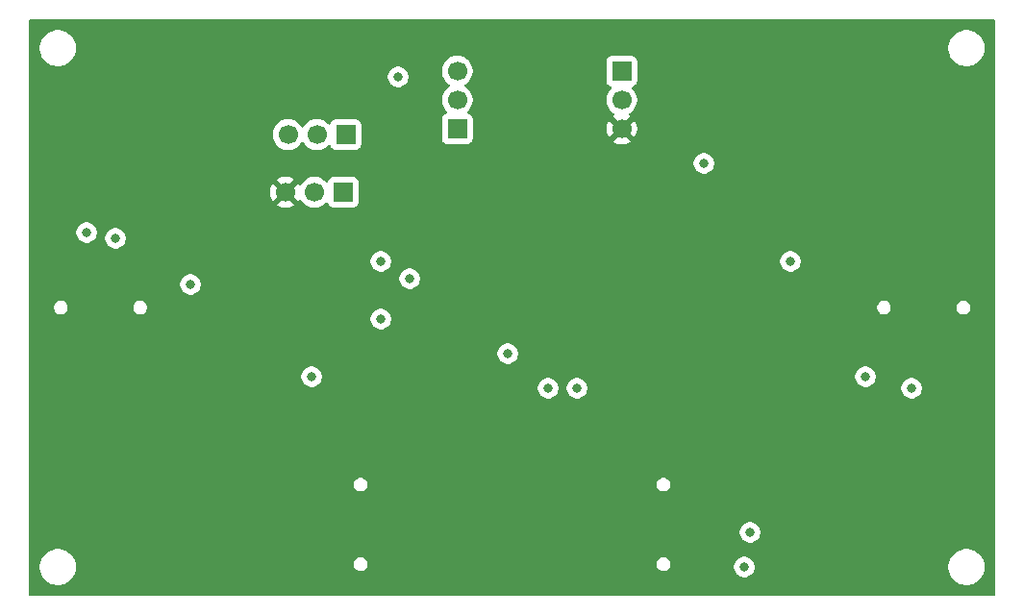
<source format=gbr>
%TF.GenerationSoftware,KiCad,Pcbnew,9.0.2*%
%TF.CreationDate,2025-12-24T14:08:25+02:00*%
%TF.ProjectId,party_line,70617274-795f-46c6-996e-652e6b696361,rev?*%
%TF.SameCoordinates,Original*%
%TF.FileFunction,Copper,L2,Inr*%
%TF.FilePolarity,Positive*%
%FSLAX46Y46*%
G04 Gerber Fmt 4.6, Leading zero omitted, Abs format (unit mm)*
G04 Created by KiCad (PCBNEW 9.0.2) date 2025-12-24 14:08:25*
%MOMM*%
%LPD*%
G01*
G04 APERTURE LIST*
%TA.AperFunction,ComponentPad*%
%ADD10R,1.700000X1.700000*%
%TD*%
%TA.AperFunction,ComponentPad*%
%ADD11C,1.700000*%
%TD*%
%TA.AperFunction,ViaPad*%
%ADD12C,0.800000*%
%TD*%
G04 APERTURE END LIST*
D10*
%TO.N,Net-(SW1-B)*%
%TO.C,RV3*%
X119110000Y-76200000D03*
D11*
%TO.N,Net-(U2--)*%
X116570000Y-76200000D03*
%TO.N,GND*%
X114030000Y-76200000D03*
%TD*%
D10*
%TO.N,PIn_B*%
%TO.C,SW2*%
X129159000Y-70612000D03*
D11*
%TO.N,Net-(SW2-B)*%
X129159000Y-68072000D03*
%TO.N,PIn_A*%
X129159000Y-65532000D03*
%TD*%
D10*
%TO.N,Net-(C7-Pad2)*%
%TO.C,RV2*%
X143637000Y-65532000D03*
D11*
%TO.N,Net-(U2-+)*%
X143637000Y-68072000D03*
%TO.N,GND*%
X143637000Y-70612000D03*
%TD*%
D10*
%TO.N,Net-(SW1-A)*%
%TO.C,SW1*%
X119335000Y-71120000D03*
D11*
%TO.N,Net-(SW1-B)*%
X116795000Y-71120000D03*
%TO.N,Net-(SW1-C)*%
X114255000Y-71120000D03*
%TD*%
D12*
%TO.N,GND*%
X131572000Y-72644000D03*
X131572000Y-93472000D03*
X162560000Y-81788000D03*
%TO.N,PBus*%
X165100000Y-92456000D03*
%TO.N,IBus*%
X169164000Y-93472000D03*
%TO.N,PIn_A*%
X137160000Y-93472000D03*
%TO.N,PIn_B*%
X139700000Y-93472000D03*
%TO.N,GND*%
X141224000Y-100584000D03*
X151384000Y-100584000D03*
X114300000Y-100584000D03*
X104140000Y-92456000D03*
%TO.N,PBus*%
X105664000Y-84328000D03*
%TO.N,IBus*%
X99060000Y-80264000D03*
%TO.N,+12V*%
X96520000Y-79756000D03*
%TO.N,VCC*%
X158496000Y-82296000D03*
X154940000Y-106172000D03*
%TO.N,Net-(C3-Pad2)*%
X150876000Y-73660000D03*
X123952000Y-66040000D03*
%TO.N,+12V*%
X122428000Y-82296000D03*
X154432000Y-109220000D03*
%TO.N,Net-(U2-+)*%
X122428000Y-87376000D03*
X133604000Y-90424000D03*
%TO.N,GND*%
X120103500Y-79651500D03*
X156972000Y-72644000D03*
X159512000Y-89916000D03*
X158496000Y-98044000D03*
X164084000Y-98552000D03*
X162052000Y-83820000D03*
X154432000Y-88392000D03*
X157480000Y-89916000D03*
X149352000Y-89916000D03*
X149860000Y-93980000D03*
X148336000Y-72136000D03*
X112268000Y-68072000D03*
X112268000Y-80772000D03*
X114300000Y-85090000D03*
X125730000Y-88900000D03*
%TO.N,Net-(C12-Pad2)*%
X116332000Y-92456000D03*
X124968000Y-83820000D03*
%TD*%
%TA.AperFunction,Conductor*%
%TO.N,GND*%
G36*
X176472539Y-60980185D02*
G01*
X176518294Y-61032989D01*
X176529500Y-61084500D01*
X176529500Y-111635500D01*
X176509815Y-111702539D01*
X176457011Y-111748294D01*
X176405500Y-111759500D01*
X91564500Y-111759500D01*
X91497461Y-111739815D01*
X91451706Y-111687011D01*
X91440500Y-111635500D01*
X91440500Y-109094038D01*
X92379500Y-109094038D01*
X92379500Y-109094505D01*
X92379500Y-109345962D01*
X92406998Y-109519576D01*
X92418910Y-109594785D01*
X92496760Y-109834383D01*
X92611132Y-110058848D01*
X92759201Y-110262649D01*
X92759205Y-110262654D01*
X92937345Y-110440794D01*
X92937350Y-110440798D01*
X93115117Y-110569952D01*
X93141155Y-110588870D01*
X93284184Y-110661747D01*
X93365616Y-110703239D01*
X93365618Y-110703239D01*
X93365621Y-110703241D01*
X93605215Y-110781090D01*
X93854038Y-110820500D01*
X93854039Y-110820500D01*
X94105961Y-110820500D01*
X94105962Y-110820500D01*
X94354785Y-110781090D01*
X94594379Y-110703241D01*
X94818845Y-110588870D01*
X95022656Y-110440793D01*
X95200793Y-110262656D01*
X95348870Y-110058845D01*
X95463241Y-109834379D01*
X95541090Y-109594785D01*
X95580500Y-109345962D01*
X95580500Y-109094038D01*
X95546749Y-108880943D01*
X120049500Y-108880943D01*
X120049500Y-108881750D01*
X120049500Y-109039057D01*
X120089790Y-109189419D01*
X120090423Y-109191783D01*
X120090426Y-109191790D01*
X120169475Y-109328709D01*
X120169479Y-109328714D01*
X120169480Y-109328716D01*
X120281284Y-109440520D01*
X120281286Y-109440521D01*
X120281290Y-109440524D01*
X120354285Y-109482667D01*
X120418216Y-109519577D01*
X120570943Y-109560500D01*
X120570945Y-109560500D01*
X120729055Y-109560500D01*
X120729057Y-109560500D01*
X120881784Y-109519577D01*
X121018716Y-109440520D01*
X121130520Y-109328716D01*
X121209577Y-109191784D01*
X121250500Y-109039057D01*
X121250500Y-108880943D01*
X146719500Y-108880943D01*
X146719500Y-108881750D01*
X146719500Y-109039057D01*
X146759790Y-109189419D01*
X146760423Y-109191783D01*
X146760426Y-109191790D01*
X146839475Y-109328709D01*
X146839479Y-109328714D01*
X146839480Y-109328716D01*
X146951284Y-109440520D01*
X146951286Y-109440521D01*
X146951290Y-109440524D01*
X147024285Y-109482667D01*
X147088216Y-109519577D01*
X147240943Y-109560500D01*
X147240945Y-109560500D01*
X147399055Y-109560500D01*
X147399057Y-109560500D01*
X147551784Y-109519577D01*
X147688716Y-109440520D01*
X147800520Y-109328716D01*
X147879577Y-109191784D01*
X147895783Y-109131304D01*
X153531500Y-109131304D01*
X153531500Y-109308695D01*
X153566103Y-109482658D01*
X153566106Y-109482667D01*
X153633983Y-109646540D01*
X153633990Y-109646553D01*
X153732535Y-109794034D01*
X153732538Y-109794038D01*
X153857961Y-109919461D01*
X153857965Y-109919464D01*
X154005446Y-110018009D01*
X154005459Y-110018016D01*
X154096525Y-110055736D01*
X154169334Y-110085894D01*
X154169336Y-110085894D01*
X154169341Y-110085896D01*
X154343304Y-110120499D01*
X154343307Y-110120500D01*
X154343309Y-110120500D01*
X154520693Y-110120500D01*
X154520694Y-110120499D01*
X154578682Y-110108964D01*
X154694658Y-110085896D01*
X154694661Y-110085894D01*
X154694666Y-110085894D01*
X154858547Y-110018013D01*
X155006035Y-109919464D01*
X155131464Y-109794035D01*
X155230013Y-109646547D01*
X155297894Y-109482666D01*
X155306278Y-109440520D01*
X155325179Y-109345495D01*
X155332500Y-109308691D01*
X155332500Y-109131309D01*
X155328929Y-109113356D01*
X155328929Y-109113353D01*
X155325087Y-109094038D01*
X172389500Y-109094038D01*
X172389500Y-109094505D01*
X172389500Y-109345962D01*
X172416998Y-109519576D01*
X172428910Y-109594785D01*
X172506760Y-109834383D01*
X172621132Y-110058848D01*
X172769201Y-110262649D01*
X172769205Y-110262654D01*
X172947345Y-110440794D01*
X172947350Y-110440798D01*
X173125117Y-110569952D01*
X173151155Y-110588870D01*
X173294184Y-110661747D01*
X173375616Y-110703239D01*
X173375618Y-110703239D01*
X173375621Y-110703241D01*
X173615215Y-110781090D01*
X173864038Y-110820500D01*
X173864039Y-110820500D01*
X174115961Y-110820500D01*
X174115962Y-110820500D01*
X174364785Y-110781090D01*
X174604379Y-110703241D01*
X174828845Y-110588870D01*
X175032656Y-110440793D01*
X175210793Y-110262656D01*
X175358870Y-110058845D01*
X175473241Y-109834379D01*
X175551090Y-109594785D01*
X175590500Y-109345962D01*
X175590500Y-109094038D01*
X175551090Y-108845215D01*
X175473241Y-108605621D01*
X175473239Y-108605618D01*
X175473239Y-108605616D01*
X175411468Y-108484385D01*
X175358870Y-108381155D01*
X175314075Y-108319500D01*
X175210798Y-108177350D01*
X175210794Y-108177345D01*
X175032654Y-107999205D01*
X175032649Y-107999201D01*
X174828848Y-107851132D01*
X174828847Y-107851131D01*
X174828845Y-107851130D01*
X174758747Y-107815413D01*
X174604383Y-107736760D01*
X174364785Y-107658910D01*
X174115962Y-107619500D01*
X173864038Y-107619500D01*
X173739626Y-107639205D01*
X173615214Y-107658910D01*
X173375616Y-107736760D01*
X173151151Y-107851132D01*
X172947350Y-107999201D01*
X172947345Y-107999205D01*
X172769205Y-108177345D01*
X172769201Y-108177350D01*
X172621132Y-108381151D01*
X172506760Y-108605616D01*
X172428910Y-108845214D01*
X172398208Y-109039056D01*
X172389500Y-109094038D01*
X155325087Y-109094038D01*
X155297895Y-108957340D01*
X155297894Y-108957334D01*
X155270921Y-108892214D01*
X155230016Y-108793459D01*
X155230009Y-108793446D01*
X155131464Y-108645965D01*
X155131461Y-108645961D01*
X155006038Y-108520538D01*
X155006034Y-108520535D01*
X154858553Y-108421990D01*
X154858540Y-108421983D01*
X154694667Y-108354106D01*
X154694658Y-108354103D01*
X154520694Y-108319500D01*
X154520691Y-108319500D01*
X154343309Y-108319500D01*
X154343306Y-108319500D01*
X154169341Y-108354103D01*
X154169332Y-108354106D01*
X154005459Y-108421983D01*
X154005446Y-108421990D01*
X153857965Y-108520535D01*
X153857961Y-108520538D01*
X153732538Y-108645961D01*
X153732535Y-108645965D01*
X153633990Y-108793446D01*
X153633983Y-108793459D01*
X153566106Y-108957332D01*
X153566103Y-108957341D01*
X153531500Y-109131304D01*
X147895783Y-109131304D01*
X147920500Y-109039057D01*
X147920500Y-108880943D01*
X147879577Y-108728216D01*
X147832090Y-108645965D01*
X147800524Y-108591290D01*
X147800518Y-108591282D01*
X147688717Y-108479481D01*
X147688709Y-108479475D01*
X147551790Y-108400426D01*
X147551786Y-108400424D01*
X147551784Y-108400423D01*
X147399057Y-108359500D01*
X147240943Y-108359500D01*
X147088216Y-108400423D01*
X147088209Y-108400426D01*
X146951290Y-108479475D01*
X146951282Y-108479481D01*
X146839481Y-108591282D01*
X146839475Y-108591290D01*
X146760426Y-108728209D01*
X146760423Y-108728216D01*
X146719500Y-108880943D01*
X121250500Y-108880943D01*
X121209577Y-108728216D01*
X121162090Y-108645965D01*
X121130524Y-108591290D01*
X121130518Y-108591282D01*
X121018717Y-108479481D01*
X121018709Y-108479475D01*
X120881790Y-108400426D01*
X120881786Y-108400424D01*
X120881784Y-108400423D01*
X120729057Y-108359500D01*
X120570943Y-108359500D01*
X120418216Y-108400423D01*
X120418209Y-108400426D01*
X120281290Y-108479475D01*
X120281282Y-108479481D01*
X120169481Y-108591282D01*
X120169475Y-108591290D01*
X120090426Y-108728209D01*
X120090423Y-108728216D01*
X120049500Y-108880943D01*
X95546749Y-108880943D01*
X95541090Y-108845215D01*
X95463241Y-108605621D01*
X95463239Y-108605618D01*
X95463239Y-108605616D01*
X95401468Y-108484385D01*
X95348870Y-108381155D01*
X95304075Y-108319500D01*
X95200798Y-108177350D01*
X95200794Y-108177345D01*
X95022654Y-107999205D01*
X95022649Y-107999201D01*
X94818848Y-107851132D01*
X94818847Y-107851131D01*
X94818845Y-107851130D01*
X94748747Y-107815413D01*
X94594383Y-107736760D01*
X94354785Y-107658910D01*
X94105962Y-107619500D01*
X93854038Y-107619500D01*
X93729626Y-107639205D01*
X93605214Y-107658910D01*
X93365616Y-107736760D01*
X93141151Y-107851132D01*
X92937350Y-107999201D01*
X92937345Y-107999205D01*
X92759205Y-108177345D01*
X92759201Y-108177350D01*
X92611132Y-108381151D01*
X92496760Y-108605616D01*
X92418910Y-108845214D01*
X92388208Y-109039056D01*
X92379500Y-109094038D01*
X91440500Y-109094038D01*
X91440500Y-106083304D01*
X154039500Y-106083304D01*
X154039500Y-106260695D01*
X154074103Y-106434658D01*
X154074106Y-106434667D01*
X154141983Y-106598540D01*
X154141990Y-106598553D01*
X154240535Y-106746034D01*
X154240538Y-106746038D01*
X154365961Y-106871461D01*
X154365965Y-106871464D01*
X154513446Y-106970009D01*
X154513459Y-106970016D01*
X154636363Y-107020923D01*
X154677334Y-107037894D01*
X154677336Y-107037894D01*
X154677341Y-107037896D01*
X154851304Y-107072499D01*
X154851307Y-107072500D01*
X154851309Y-107072500D01*
X155028693Y-107072500D01*
X155028694Y-107072499D01*
X155086682Y-107060964D01*
X155202658Y-107037896D01*
X155202661Y-107037894D01*
X155202666Y-107037894D01*
X155366547Y-106970013D01*
X155514035Y-106871464D01*
X155639464Y-106746035D01*
X155738013Y-106598547D01*
X155805894Y-106434666D01*
X155840500Y-106260691D01*
X155840500Y-106083309D01*
X155840500Y-106083306D01*
X155840499Y-106083304D01*
X155805896Y-105909341D01*
X155805893Y-105909332D01*
X155738016Y-105745459D01*
X155738009Y-105745446D01*
X155639464Y-105597965D01*
X155639461Y-105597961D01*
X155514038Y-105472538D01*
X155514034Y-105472535D01*
X155366553Y-105373990D01*
X155366540Y-105373983D01*
X155202667Y-105306106D01*
X155202658Y-105306103D01*
X155028694Y-105271500D01*
X155028691Y-105271500D01*
X154851309Y-105271500D01*
X154851306Y-105271500D01*
X154677341Y-105306103D01*
X154677332Y-105306106D01*
X154513459Y-105373983D01*
X154513446Y-105373990D01*
X154365965Y-105472535D01*
X154365961Y-105472538D01*
X154240538Y-105597961D01*
X154240535Y-105597965D01*
X154141990Y-105745446D01*
X154141983Y-105745459D01*
X154074106Y-105909332D01*
X154074103Y-105909341D01*
X154039500Y-106083304D01*
X91440500Y-106083304D01*
X91440500Y-101880943D01*
X120049500Y-101880943D01*
X120049500Y-101881750D01*
X120049500Y-102039057D01*
X120089790Y-102189419D01*
X120090423Y-102191783D01*
X120090426Y-102191790D01*
X120169475Y-102328709D01*
X120169479Y-102328714D01*
X120169480Y-102328716D01*
X120281284Y-102440520D01*
X120281286Y-102440521D01*
X120281290Y-102440524D01*
X120408324Y-102513866D01*
X120418216Y-102519577D01*
X120570943Y-102560500D01*
X120570945Y-102560500D01*
X120729055Y-102560500D01*
X120729057Y-102560500D01*
X120881784Y-102519577D01*
X121018716Y-102440520D01*
X121130520Y-102328716D01*
X121209577Y-102191784D01*
X121250500Y-102039057D01*
X121250500Y-101880943D01*
X146719500Y-101880943D01*
X146719500Y-101881750D01*
X146719500Y-102039057D01*
X146759790Y-102189419D01*
X146760423Y-102191783D01*
X146760426Y-102191790D01*
X146839475Y-102328709D01*
X146839479Y-102328714D01*
X146839480Y-102328716D01*
X146951284Y-102440520D01*
X146951286Y-102440521D01*
X146951290Y-102440524D01*
X147078324Y-102513866D01*
X147088216Y-102519577D01*
X147240943Y-102560500D01*
X147240945Y-102560500D01*
X147399055Y-102560500D01*
X147399057Y-102560500D01*
X147551784Y-102519577D01*
X147688716Y-102440520D01*
X147800520Y-102328716D01*
X147879577Y-102191784D01*
X147920500Y-102039057D01*
X147920500Y-101880943D01*
X147879577Y-101728216D01*
X147879573Y-101728209D01*
X147800524Y-101591290D01*
X147800518Y-101591282D01*
X147688717Y-101479481D01*
X147688709Y-101479475D01*
X147551790Y-101400426D01*
X147551786Y-101400424D01*
X147551784Y-101400423D01*
X147399057Y-101359500D01*
X147240943Y-101359500D01*
X147088216Y-101400423D01*
X147088209Y-101400426D01*
X146951290Y-101479475D01*
X146951282Y-101479481D01*
X146839481Y-101591282D01*
X146839475Y-101591290D01*
X146760426Y-101728209D01*
X146760423Y-101728216D01*
X146719500Y-101880943D01*
X121250500Y-101880943D01*
X121209577Y-101728216D01*
X121209573Y-101728209D01*
X121130524Y-101591290D01*
X121130518Y-101591282D01*
X121018717Y-101479481D01*
X121018709Y-101479475D01*
X120881790Y-101400426D01*
X120881786Y-101400424D01*
X120881784Y-101400423D01*
X120729057Y-101359500D01*
X120570943Y-101359500D01*
X120418216Y-101400423D01*
X120418209Y-101400426D01*
X120281290Y-101479475D01*
X120281282Y-101479481D01*
X120169481Y-101591282D01*
X120169475Y-101591290D01*
X120090426Y-101728209D01*
X120090423Y-101728216D01*
X120049500Y-101880943D01*
X91440500Y-101880943D01*
X91440500Y-93383304D01*
X136259500Y-93383304D01*
X136259500Y-93560695D01*
X136294103Y-93734658D01*
X136294106Y-93734667D01*
X136361983Y-93898540D01*
X136361990Y-93898553D01*
X136460535Y-94046034D01*
X136460538Y-94046038D01*
X136585961Y-94171461D01*
X136585965Y-94171464D01*
X136733446Y-94270009D01*
X136733459Y-94270016D01*
X136856363Y-94320923D01*
X136897334Y-94337894D01*
X136897336Y-94337894D01*
X136897341Y-94337896D01*
X137071304Y-94372499D01*
X137071307Y-94372500D01*
X137071309Y-94372500D01*
X137248693Y-94372500D01*
X137248694Y-94372499D01*
X137306682Y-94360964D01*
X137422658Y-94337896D01*
X137422661Y-94337894D01*
X137422666Y-94337894D01*
X137586547Y-94270013D01*
X137734035Y-94171464D01*
X137859464Y-94046035D01*
X137958013Y-93898547D01*
X138025894Y-93734666D01*
X138060500Y-93560691D01*
X138060500Y-93383309D01*
X138060500Y-93383306D01*
X138060499Y-93383304D01*
X138799500Y-93383304D01*
X138799500Y-93560695D01*
X138834103Y-93734658D01*
X138834106Y-93734667D01*
X138901983Y-93898540D01*
X138901990Y-93898553D01*
X139000535Y-94046034D01*
X139000538Y-94046038D01*
X139125961Y-94171461D01*
X139125965Y-94171464D01*
X139273446Y-94270009D01*
X139273459Y-94270016D01*
X139396363Y-94320923D01*
X139437334Y-94337894D01*
X139437336Y-94337894D01*
X139437341Y-94337896D01*
X139611304Y-94372499D01*
X139611307Y-94372500D01*
X139611309Y-94372500D01*
X139788693Y-94372500D01*
X139788694Y-94372499D01*
X139846682Y-94360964D01*
X139962658Y-94337896D01*
X139962661Y-94337894D01*
X139962666Y-94337894D01*
X140126547Y-94270013D01*
X140274035Y-94171464D01*
X140399464Y-94046035D01*
X140498013Y-93898547D01*
X140565894Y-93734666D01*
X140600500Y-93560691D01*
X140600500Y-93383309D01*
X140600500Y-93383306D01*
X140600499Y-93383304D01*
X168263500Y-93383304D01*
X168263500Y-93560695D01*
X168298103Y-93734658D01*
X168298106Y-93734667D01*
X168365983Y-93898540D01*
X168365990Y-93898553D01*
X168464535Y-94046034D01*
X168464538Y-94046038D01*
X168589961Y-94171461D01*
X168589965Y-94171464D01*
X168737446Y-94270009D01*
X168737459Y-94270016D01*
X168860363Y-94320923D01*
X168901334Y-94337894D01*
X168901336Y-94337894D01*
X168901341Y-94337896D01*
X169075304Y-94372499D01*
X169075307Y-94372500D01*
X169075309Y-94372500D01*
X169252693Y-94372500D01*
X169252694Y-94372499D01*
X169310682Y-94360964D01*
X169426658Y-94337896D01*
X169426661Y-94337894D01*
X169426666Y-94337894D01*
X169590547Y-94270013D01*
X169738035Y-94171464D01*
X169863464Y-94046035D01*
X169962013Y-93898547D01*
X170029894Y-93734666D01*
X170064500Y-93560691D01*
X170064500Y-93383309D01*
X170064500Y-93383306D01*
X170064499Y-93383304D01*
X170029896Y-93209341D01*
X170029893Y-93209332D01*
X169962016Y-93045459D01*
X169962009Y-93045446D01*
X169863464Y-92897965D01*
X169863461Y-92897961D01*
X169738038Y-92772538D01*
X169738034Y-92772535D01*
X169590553Y-92673990D01*
X169590540Y-92673983D01*
X169426667Y-92606106D01*
X169426658Y-92606103D01*
X169252694Y-92571500D01*
X169252691Y-92571500D01*
X169075309Y-92571500D01*
X169075306Y-92571500D01*
X168901341Y-92606103D01*
X168901332Y-92606106D01*
X168737459Y-92673983D01*
X168737446Y-92673990D01*
X168589965Y-92772535D01*
X168589961Y-92772538D01*
X168464538Y-92897961D01*
X168464535Y-92897965D01*
X168365990Y-93045446D01*
X168365983Y-93045459D01*
X168298106Y-93209332D01*
X168298103Y-93209341D01*
X168263500Y-93383304D01*
X140600499Y-93383304D01*
X140565896Y-93209341D01*
X140565893Y-93209332D01*
X140498016Y-93045459D01*
X140498009Y-93045446D01*
X140399464Y-92897965D01*
X140399461Y-92897961D01*
X140274038Y-92772538D01*
X140274034Y-92772535D01*
X140126553Y-92673990D01*
X140126540Y-92673983D01*
X139962667Y-92606106D01*
X139962658Y-92606103D01*
X139788694Y-92571500D01*
X139788691Y-92571500D01*
X139611309Y-92571500D01*
X139611306Y-92571500D01*
X139437341Y-92606103D01*
X139437332Y-92606106D01*
X139273459Y-92673983D01*
X139273446Y-92673990D01*
X139125965Y-92772535D01*
X139125961Y-92772538D01*
X139000538Y-92897961D01*
X139000535Y-92897965D01*
X138901990Y-93045446D01*
X138901983Y-93045459D01*
X138834106Y-93209332D01*
X138834103Y-93209341D01*
X138799500Y-93383304D01*
X138060499Y-93383304D01*
X138025896Y-93209341D01*
X138025893Y-93209332D01*
X137958016Y-93045459D01*
X137958009Y-93045446D01*
X137859464Y-92897965D01*
X137859461Y-92897961D01*
X137734038Y-92772538D01*
X137734034Y-92772535D01*
X137586553Y-92673990D01*
X137586540Y-92673983D01*
X137422667Y-92606106D01*
X137422658Y-92606103D01*
X137248694Y-92571500D01*
X137248691Y-92571500D01*
X137071309Y-92571500D01*
X137071306Y-92571500D01*
X136897341Y-92606103D01*
X136897332Y-92606106D01*
X136733459Y-92673983D01*
X136733446Y-92673990D01*
X136585965Y-92772535D01*
X136585961Y-92772538D01*
X136460538Y-92897961D01*
X136460535Y-92897965D01*
X136361990Y-93045446D01*
X136361983Y-93045459D01*
X136294106Y-93209332D01*
X136294103Y-93209341D01*
X136259500Y-93383304D01*
X91440500Y-93383304D01*
X91440500Y-92367304D01*
X115431500Y-92367304D01*
X115431500Y-92544695D01*
X115466103Y-92718658D01*
X115466106Y-92718667D01*
X115533983Y-92882540D01*
X115533990Y-92882553D01*
X115632535Y-93030034D01*
X115632538Y-93030038D01*
X115757961Y-93155461D01*
X115757965Y-93155464D01*
X115905446Y-93254009D01*
X115905459Y-93254016D01*
X116028363Y-93304923D01*
X116069334Y-93321894D01*
X116069336Y-93321894D01*
X116069341Y-93321896D01*
X116243304Y-93356499D01*
X116243307Y-93356500D01*
X116243309Y-93356500D01*
X116420693Y-93356500D01*
X116420694Y-93356499D01*
X116478682Y-93344964D01*
X116594658Y-93321896D01*
X116594661Y-93321894D01*
X116594666Y-93321894D01*
X116669930Y-93290718D01*
X116737682Y-93262656D01*
X116758540Y-93254016D01*
X116758540Y-93254015D01*
X116758547Y-93254013D01*
X116906035Y-93155464D01*
X117031464Y-93030035D01*
X117130013Y-92882547D01*
X117197894Y-92718666D01*
X117206782Y-92673987D01*
X117232499Y-92544695D01*
X117232500Y-92544693D01*
X117232500Y-92367306D01*
X117232499Y-92367304D01*
X164199500Y-92367304D01*
X164199500Y-92544695D01*
X164234103Y-92718658D01*
X164234106Y-92718667D01*
X164301983Y-92882540D01*
X164301990Y-92882553D01*
X164400535Y-93030034D01*
X164400538Y-93030038D01*
X164525961Y-93155461D01*
X164525965Y-93155464D01*
X164673446Y-93254009D01*
X164673459Y-93254016D01*
X164796363Y-93304923D01*
X164837334Y-93321894D01*
X164837336Y-93321894D01*
X164837341Y-93321896D01*
X165011304Y-93356499D01*
X165011307Y-93356500D01*
X165011309Y-93356500D01*
X165188693Y-93356500D01*
X165188694Y-93356499D01*
X165246682Y-93344964D01*
X165362658Y-93321896D01*
X165362661Y-93321894D01*
X165362666Y-93321894D01*
X165437930Y-93290718D01*
X165505682Y-93262656D01*
X165526540Y-93254016D01*
X165526540Y-93254015D01*
X165526547Y-93254013D01*
X165674035Y-93155464D01*
X165799464Y-93030035D01*
X165898013Y-92882547D01*
X165965894Y-92718666D01*
X165974782Y-92673987D01*
X166000499Y-92544695D01*
X166000500Y-92544693D01*
X166000500Y-92367306D01*
X166000499Y-92367304D01*
X165965896Y-92193341D01*
X165965893Y-92193332D01*
X165898016Y-92029459D01*
X165898009Y-92029446D01*
X165799464Y-91881965D01*
X165799461Y-91881961D01*
X165674038Y-91756538D01*
X165674034Y-91756535D01*
X165526553Y-91657990D01*
X165526540Y-91657983D01*
X165362667Y-91590106D01*
X165362658Y-91590103D01*
X165188694Y-91555500D01*
X165188691Y-91555500D01*
X165011309Y-91555500D01*
X165011306Y-91555500D01*
X164837341Y-91590103D01*
X164837332Y-91590106D01*
X164673459Y-91657983D01*
X164673446Y-91657990D01*
X164525965Y-91756535D01*
X164525961Y-91756538D01*
X164400538Y-91881961D01*
X164400535Y-91881965D01*
X164301990Y-92029446D01*
X164301983Y-92029459D01*
X164234106Y-92193332D01*
X164234103Y-92193341D01*
X164199500Y-92367304D01*
X117232499Y-92367304D01*
X117197896Y-92193341D01*
X117197893Y-92193332D01*
X117130016Y-92029459D01*
X117130009Y-92029446D01*
X117031464Y-91881965D01*
X117031461Y-91881961D01*
X116906038Y-91756538D01*
X116906034Y-91756535D01*
X116758553Y-91657990D01*
X116758540Y-91657983D01*
X116594667Y-91590106D01*
X116594658Y-91590103D01*
X116420694Y-91555500D01*
X116420691Y-91555500D01*
X116243309Y-91555500D01*
X116243306Y-91555500D01*
X116069341Y-91590103D01*
X116069332Y-91590106D01*
X115905459Y-91657983D01*
X115905446Y-91657990D01*
X115757965Y-91756535D01*
X115757961Y-91756538D01*
X115632538Y-91881961D01*
X115632535Y-91881965D01*
X115533990Y-92029446D01*
X115533983Y-92029459D01*
X115466106Y-92193332D01*
X115466103Y-92193341D01*
X115431500Y-92367304D01*
X91440500Y-92367304D01*
X91440500Y-90335304D01*
X132703500Y-90335304D01*
X132703500Y-90512695D01*
X132738103Y-90686658D01*
X132738106Y-90686667D01*
X132805983Y-90850540D01*
X132805990Y-90850553D01*
X132904535Y-90998034D01*
X132904538Y-90998038D01*
X133029961Y-91123461D01*
X133029965Y-91123464D01*
X133177446Y-91222009D01*
X133177459Y-91222016D01*
X133300363Y-91272923D01*
X133341334Y-91289894D01*
X133341336Y-91289894D01*
X133341341Y-91289896D01*
X133515304Y-91324499D01*
X133515307Y-91324500D01*
X133515309Y-91324500D01*
X133692693Y-91324500D01*
X133692694Y-91324499D01*
X133750682Y-91312964D01*
X133866658Y-91289896D01*
X133866661Y-91289894D01*
X133866666Y-91289894D01*
X134030547Y-91222013D01*
X134178035Y-91123464D01*
X134303464Y-90998035D01*
X134402013Y-90850547D01*
X134469894Y-90686666D01*
X134504500Y-90512691D01*
X134504500Y-90335309D01*
X134504500Y-90335306D01*
X134504499Y-90335304D01*
X134469896Y-90161341D01*
X134469893Y-90161332D01*
X134402016Y-89997459D01*
X134402009Y-89997446D01*
X134303464Y-89849965D01*
X134303461Y-89849961D01*
X134178038Y-89724538D01*
X134178034Y-89724535D01*
X134030553Y-89625990D01*
X134030540Y-89625983D01*
X133866667Y-89558106D01*
X133866658Y-89558103D01*
X133692694Y-89523500D01*
X133692691Y-89523500D01*
X133515309Y-89523500D01*
X133515306Y-89523500D01*
X133341341Y-89558103D01*
X133341332Y-89558106D01*
X133177459Y-89625983D01*
X133177446Y-89625990D01*
X133029965Y-89724535D01*
X133029961Y-89724538D01*
X132904538Y-89849961D01*
X132904535Y-89849965D01*
X132805990Y-89997446D01*
X132805983Y-89997459D01*
X132738106Y-90161332D01*
X132738103Y-90161341D01*
X132703500Y-90335304D01*
X91440500Y-90335304D01*
X91440500Y-87287304D01*
X121527500Y-87287304D01*
X121527500Y-87464695D01*
X121562103Y-87638658D01*
X121562106Y-87638667D01*
X121629983Y-87802540D01*
X121629990Y-87802553D01*
X121728535Y-87950034D01*
X121728538Y-87950038D01*
X121853961Y-88075461D01*
X121853965Y-88075464D01*
X122001446Y-88174009D01*
X122001459Y-88174016D01*
X122124363Y-88224923D01*
X122165334Y-88241894D01*
X122165336Y-88241894D01*
X122165341Y-88241896D01*
X122339304Y-88276499D01*
X122339307Y-88276500D01*
X122339309Y-88276500D01*
X122516693Y-88276500D01*
X122516694Y-88276499D01*
X122574682Y-88264964D01*
X122690658Y-88241896D01*
X122690661Y-88241894D01*
X122690666Y-88241894D01*
X122854547Y-88174013D01*
X123002035Y-88075464D01*
X123127464Y-87950035D01*
X123226013Y-87802547D01*
X123293894Y-87638666D01*
X123328500Y-87464691D01*
X123328500Y-87287309D01*
X123328500Y-87287306D01*
X123328499Y-87287304D01*
X123293896Y-87113341D01*
X123293893Y-87113332D01*
X123226016Y-86949459D01*
X123226009Y-86949446D01*
X123127464Y-86801965D01*
X123127461Y-86801961D01*
X123002038Y-86676538D01*
X123002034Y-86676535D01*
X122854553Y-86577990D01*
X122854540Y-86577983D01*
X122690667Y-86510106D01*
X122690658Y-86510103D01*
X122516694Y-86475500D01*
X122516691Y-86475500D01*
X122339309Y-86475500D01*
X122339306Y-86475500D01*
X122165341Y-86510103D01*
X122165332Y-86510106D01*
X122001459Y-86577983D01*
X122001446Y-86577990D01*
X121853965Y-86676535D01*
X121853961Y-86676538D01*
X121728538Y-86801961D01*
X121728535Y-86801965D01*
X121629990Y-86949446D01*
X121629983Y-86949459D01*
X121562106Y-87113332D01*
X121562103Y-87113341D01*
X121527500Y-87287304D01*
X91440500Y-87287304D01*
X91440500Y-86280943D01*
X93639500Y-86280943D01*
X93639500Y-86281750D01*
X93639500Y-86439057D01*
X93679790Y-86589419D01*
X93680423Y-86591783D01*
X93680426Y-86591790D01*
X93759475Y-86728709D01*
X93759479Y-86728714D01*
X93759480Y-86728716D01*
X93871284Y-86840520D01*
X93871286Y-86840521D01*
X93871290Y-86840524D01*
X93998324Y-86913866D01*
X94008216Y-86919577D01*
X94160943Y-86960500D01*
X94160945Y-86960500D01*
X94319055Y-86960500D01*
X94319057Y-86960500D01*
X94471784Y-86919577D01*
X94608716Y-86840520D01*
X94720520Y-86728716D01*
X94799577Y-86591784D01*
X94840500Y-86439057D01*
X94840500Y-86280943D01*
X100639500Y-86280943D01*
X100639500Y-86281750D01*
X100639500Y-86439057D01*
X100679790Y-86589419D01*
X100680423Y-86591783D01*
X100680426Y-86591790D01*
X100759475Y-86728709D01*
X100759479Y-86728714D01*
X100759480Y-86728716D01*
X100871284Y-86840520D01*
X100871286Y-86840521D01*
X100871290Y-86840524D01*
X100998324Y-86913866D01*
X101008216Y-86919577D01*
X101160943Y-86960500D01*
X101160945Y-86960500D01*
X101319055Y-86960500D01*
X101319057Y-86960500D01*
X101471784Y-86919577D01*
X101608716Y-86840520D01*
X101720520Y-86728716D01*
X101799577Y-86591784D01*
X101840500Y-86439057D01*
X101840500Y-86280943D01*
X166129500Y-86280943D01*
X166129500Y-86281750D01*
X166129500Y-86439057D01*
X166169790Y-86589419D01*
X166170423Y-86591783D01*
X166170426Y-86591790D01*
X166249475Y-86728709D01*
X166249479Y-86728714D01*
X166249480Y-86728716D01*
X166361284Y-86840520D01*
X166361286Y-86840521D01*
X166361290Y-86840524D01*
X166488324Y-86913866D01*
X166498216Y-86919577D01*
X166650943Y-86960500D01*
X166650945Y-86960500D01*
X166809055Y-86960500D01*
X166809057Y-86960500D01*
X166961784Y-86919577D01*
X167098716Y-86840520D01*
X167210520Y-86728716D01*
X167289577Y-86591784D01*
X167330500Y-86439057D01*
X167330500Y-86280943D01*
X173129500Y-86280943D01*
X173129500Y-86281750D01*
X173129500Y-86439057D01*
X173169790Y-86589419D01*
X173170423Y-86591783D01*
X173170426Y-86591790D01*
X173249475Y-86728709D01*
X173249479Y-86728714D01*
X173249480Y-86728716D01*
X173361284Y-86840520D01*
X173361286Y-86840521D01*
X173361290Y-86840524D01*
X173488324Y-86913866D01*
X173498216Y-86919577D01*
X173650943Y-86960500D01*
X173650945Y-86960500D01*
X173809055Y-86960500D01*
X173809057Y-86960500D01*
X173961784Y-86919577D01*
X174098716Y-86840520D01*
X174210520Y-86728716D01*
X174289577Y-86591784D01*
X174330500Y-86439057D01*
X174330500Y-86280943D01*
X174289577Y-86128216D01*
X174289573Y-86128209D01*
X174210524Y-85991290D01*
X174210518Y-85991282D01*
X174098717Y-85879481D01*
X174098709Y-85879475D01*
X173961790Y-85800426D01*
X173961786Y-85800424D01*
X173961784Y-85800423D01*
X173809057Y-85759500D01*
X173650943Y-85759500D01*
X173498216Y-85800423D01*
X173498209Y-85800426D01*
X173361290Y-85879475D01*
X173361282Y-85879481D01*
X173249481Y-85991282D01*
X173249475Y-85991290D01*
X173170426Y-86128209D01*
X173170423Y-86128216D01*
X173129500Y-86280943D01*
X167330500Y-86280943D01*
X167289577Y-86128216D01*
X167289573Y-86128209D01*
X167210524Y-85991290D01*
X167210518Y-85991282D01*
X167098717Y-85879481D01*
X167098709Y-85879475D01*
X166961790Y-85800426D01*
X166961786Y-85800424D01*
X166961784Y-85800423D01*
X166809057Y-85759500D01*
X166650943Y-85759500D01*
X166498216Y-85800423D01*
X166498209Y-85800426D01*
X166361290Y-85879475D01*
X166361282Y-85879481D01*
X166249481Y-85991282D01*
X166249475Y-85991290D01*
X166170426Y-86128209D01*
X166170423Y-86128216D01*
X166129500Y-86280943D01*
X101840500Y-86280943D01*
X101799577Y-86128216D01*
X101799573Y-86128209D01*
X101720524Y-85991290D01*
X101720518Y-85991282D01*
X101608717Y-85879481D01*
X101608709Y-85879475D01*
X101471790Y-85800426D01*
X101471786Y-85800424D01*
X101471784Y-85800423D01*
X101319057Y-85759500D01*
X101160943Y-85759500D01*
X101008216Y-85800423D01*
X101008209Y-85800426D01*
X100871290Y-85879475D01*
X100871282Y-85879481D01*
X100759481Y-85991282D01*
X100759475Y-85991290D01*
X100680426Y-86128209D01*
X100680423Y-86128216D01*
X100639500Y-86280943D01*
X94840500Y-86280943D01*
X94799577Y-86128216D01*
X94799573Y-86128209D01*
X94720524Y-85991290D01*
X94720518Y-85991282D01*
X94608717Y-85879481D01*
X94608709Y-85879475D01*
X94471790Y-85800426D01*
X94471786Y-85800424D01*
X94471784Y-85800423D01*
X94319057Y-85759500D01*
X94160943Y-85759500D01*
X94008216Y-85800423D01*
X94008209Y-85800426D01*
X93871290Y-85879475D01*
X93871282Y-85879481D01*
X93759481Y-85991282D01*
X93759475Y-85991290D01*
X93680426Y-86128209D01*
X93680423Y-86128216D01*
X93639500Y-86280943D01*
X91440500Y-86280943D01*
X91440500Y-84239304D01*
X104763500Y-84239304D01*
X104763500Y-84416695D01*
X104798103Y-84590658D01*
X104798106Y-84590667D01*
X104865983Y-84754540D01*
X104865990Y-84754553D01*
X104964535Y-84902034D01*
X104964538Y-84902038D01*
X105089961Y-85027461D01*
X105089965Y-85027464D01*
X105237446Y-85126009D01*
X105237459Y-85126016D01*
X105360363Y-85176923D01*
X105401334Y-85193894D01*
X105401336Y-85193894D01*
X105401341Y-85193896D01*
X105575304Y-85228499D01*
X105575307Y-85228500D01*
X105575309Y-85228500D01*
X105752693Y-85228500D01*
X105752694Y-85228499D01*
X105810682Y-85216964D01*
X105926658Y-85193896D01*
X105926661Y-85193894D01*
X105926666Y-85193894D01*
X106090547Y-85126013D01*
X106238035Y-85027464D01*
X106363464Y-84902035D01*
X106462013Y-84754547D01*
X106529894Y-84590666D01*
X106564500Y-84416691D01*
X106564500Y-84239309D01*
X106564500Y-84239306D01*
X106564499Y-84239304D01*
X106529896Y-84065341D01*
X106529893Y-84065332D01*
X106462016Y-83901459D01*
X106462014Y-83901455D01*
X106462013Y-83901453D01*
X106363464Y-83753965D01*
X106363461Y-83753961D01*
X106340804Y-83731304D01*
X124067500Y-83731304D01*
X124067500Y-83908695D01*
X124102103Y-84082658D01*
X124102106Y-84082667D01*
X124169983Y-84246540D01*
X124169990Y-84246553D01*
X124268535Y-84394034D01*
X124268538Y-84394038D01*
X124393961Y-84519461D01*
X124393965Y-84519464D01*
X124541446Y-84618009D01*
X124541459Y-84618016D01*
X124664363Y-84668923D01*
X124705334Y-84685894D01*
X124705336Y-84685894D01*
X124705341Y-84685896D01*
X124879304Y-84720499D01*
X124879307Y-84720500D01*
X124879309Y-84720500D01*
X125056693Y-84720500D01*
X125056694Y-84720499D01*
X125114682Y-84708964D01*
X125230658Y-84685896D01*
X125230661Y-84685894D01*
X125230666Y-84685894D01*
X125394547Y-84618013D01*
X125542035Y-84519464D01*
X125667464Y-84394035D01*
X125766013Y-84246547D01*
X125833894Y-84082666D01*
X125837341Y-84065341D01*
X125868499Y-83908695D01*
X125868500Y-83908693D01*
X125868500Y-83731306D01*
X125868499Y-83731304D01*
X125833896Y-83557341D01*
X125833893Y-83557332D01*
X125766016Y-83393459D01*
X125766009Y-83393446D01*
X125667464Y-83245965D01*
X125667461Y-83245961D01*
X125542038Y-83120538D01*
X125542034Y-83120535D01*
X125394553Y-83021990D01*
X125394540Y-83021983D01*
X125230667Y-82954106D01*
X125230658Y-82954103D01*
X125056694Y-82919500D01*
X125056691Y-82919500D01*
X124879309Y-82919500D01*
X124879306Y-82919500D01*
X124705341Y-82954103D01*
X124705332Y-82954106D01*
X124541459Y-83021983D01*
X124541446Y-83021990D01*
X124393965Y-83120535D01*
X124393961Y-83120538D01*
X124268538Y-83245961D01*
X124268535Y-83245965D01*
X124169990Y-83393446D01*
X124169983Y-83393459D01*
X124102106Y-83557332D01*
X124102103Y-83557341D01*
X124067500Y-83731304D01*
X106340804Y-83731304D01*
X106238038Y-83628538D01*
X106238034Y-83628535D01*
X106090553Y-83529990D01*
X106090540Y-83529983D01*
X105926667Y-83462106D01*
X105926658Y-83462103D01*
X105752694Y-83427500D01*
X105752691Y-83427500D01*
X105575309Y-83427500D01*
X105575306Y-83427500D01*
X105401341Y-83462103D01*
X105401332Y-83462106D01*
X105237459Y-83529983D01*
X105237446Y-83529990D01*
X105089965Y-83628535D01*
X105089961Y-83628538D01*
X104964538Y-83753961D01*
X104964535Y-83753965D01*
X104865990Y-83901446D01*
X104865983Y-83901459D01*
X104798106Y-84065332D01*
X104798103Y-84065341D01*
X104763500Y-84239304D01*
X91440500Y-84239304D01*
X91440500Y-82207304D01*
X121527500Y-82207304D01*
X121527500Y-82384695D01*
X121562103Y-82558658D01*
X121562106Y-82558667D01*
X121629983Y-82722540D01*
X121629990Y-82722553D01*
X121728535Y-82870034D01*
X121728538Y-82870038D01*
X121853961Y-82995461D01*
X121853965Y-82995464D01*
X122001446Y-83094009D01*
X122001459Y-83094016D01*
X122124363Y-83144923D01*
X122165334Y-83161894D01*
X122165336Y-83161894D01*
X122165341Y-83161896D01*
X122339304Y-83196499D01*
X122339307Y-83196500D01*
X122339309Y-83196500D01*
X122516693Y-83196500D01*
X122516694Y-83196499D01*
X122574682Y-83184964D01*
X122690658Y-83161896D01*
X122690661Y-83161894D01*
X122690666Y-83161894D01*
X122854547Y-83094013D01*
X123002035Y-82995464D01*
X123127464Y-82870035D01*
X123226013Y-82722547D01*
X123293894Y-82558666D01*
X123328500Y-82384691D01*
X123328500Y-82207309D01*
X123328500Y-82207306D01*
X123328499Y-82207304D01*
X157595500Y-82207304D01*
X157595500Y-82384695D01*
X157630103Y-82558658D01*
X157630106Y-82558667D01*
X157697983Y-82722540D01*
X157697990Y-82722553D01*
X157796535Y-82870034D01*
X157796538Y-82870038D01*
X157921961Y-82995461D01*
X157921965Y-82995464D01*
X158069446Y-83094009D01*
X158069459Y-83094016D01*
X158192363Y-83144923D01*
X158233334Y-83161894D01*
X158233336Y-83161894D01*
X158233341Y-83161896D01*
X158407304Y-83196499D01*
X158407307Y-83196500D01*
X158407309Y-83196500D01*
X158584693Y-83196500D01*
X158584694Y-83196499D01*
X158642682Y-83184964D01*
X158758658Y-83161896D01*
X158758661Y-83161894D01*
X158758666Y-83161894D01*
X158922547Y-83094013D01*
X159070035Y-82995464D01*
X159195464Y-82870035D01*
X159294013Y-82722547D01*
X159361894Y-82558666D01*
X159396500Y-82384691D01*
X159396500Y-82207309D01*
X159396500Y-82207306D01*
X159396499Y-82207304D01*
X159361896Y-82033341D01*
X159361893Y-82033332D01*
X159294016Y-81869459D01*
X159294009Y-81869446D01*
X159195464Y-81721965D01*
X159195461Y-81721961D01*
X159070038Y-81596538D01*
X159070034Y-81596535D01*
X158922553Y-81497990D01*
X158922540Y-81497983D01*
X158758667Y-81430106D01*
X158758658Y-81430103D01*
X158584694Y-81395500D01*
X158584691Y-81395500D01*
X158407309Y-81395500D01*
X158407306Y-81395500D01*
X158233341Y-81430103D01*
X158233332Y-81430106D01*
X158069459Y-81497983D01*
X158069446Y-81497990D01*
X157921965Y-81596535D01*
X157921961Y-81596538D01*
X157796538Y-81721961D01*
X157796535Y-81721965D01*
X157697990Y-81869446D01*
X157697983Y-81869459D01*
X157630106Y-82033332D01*
X157630103Y-82033341D01*
X157595500Y-82207304D01*
X123328499Y-82207304D01*
X123293896Y-82033341D01*
X123293893Y-82033332D01*
X123226016Y-81869459D01*
X123226009Y-81869446D01*
X123127464Y-81721965D01*
X123127461Y-81721961D01*
X123002038Y-81596538D01*
X123002034Y-81596535D01*
X122854553Y-81497990D01*
X122854540Y-81497983D01*
X122690667Y-81430106D01*
X122690658Y-81430103D01*
X122516694Y-81395500D01*
X122516691Y-81395500D01*
X122339309Y-81395500D01*
X122339306Y-81395500D01*
X122165341Y-81430103D01*
X122165332Y-81430106D01*
X122001459Y-81497983D01*
X122001446Y-81497990D01*
X121853965Y-81596535D01*
X121853961Y-81596538D01*
X121728538Y-81721961D01*
X121728535Y-81721965D01*
X121629990Y-81869446D01*
X121629983Y-81869459D01*
X121562106Y-82033332D01*
X121562103Y-82033341D01*
X121527500Y-82207304D01*
X91440500Y-82207304D01*
X91440500Y-79667304D01*
X95619500Y-79667304D01*
X95619500Y-79844695D01*
X95654103Y-80018658D01*
X95654106Y-80018667D01*
X95721983Y-80182540D01*
X95721990Y-80182553D01*
X95820535Y-80330034D01*
X95820538Y-80330038D01*
X95945961Y-80455461D01*
X95945965Y-80455464D01*
X96093446Y-80554009D01*
X96093459Y-80554016D01*
X96216363Y-80604923D01*
X96257334Y-80621894D01*
X96257336Y-80621894D01*
X96257341Y-80621896D01*
X96431304Y-80656499D01*
X96431307Y-80656500D01*
X96431309Y-80656500D01*
X96608693Y-80656500D01*
X96608694Y-80656499D01*
X96666682Y-80644964D01*
X96782658Y-80621896D01*
X96782661Y-80621894D01*
X96782666Y-80621894D01*
X96946547Y-80554013D01*
X97094035Y-80455464D01*
X97219464Y-80330035D01*
X97318013Y-80182547D01*
X97321013Y-80175304D01*
X98159500Y-80175304D01*
X98159500Y-80352695D01*
X98194103Y-80526658D01*
X98194106Y-80526667D01*
X98261983Y-80690540D01*
X98261990Y-80690553D01*
X98360535Y-80838034D01*
X98360538Y-80838038D01*
X98485961Y-80963461D01*
X98485965Y-80963464D01*
X98633446Y-81062009D01*
X98633459Y-81062016D01*
X98756363Y-81112923D01*
X98797334Y-81129894D01*
X98797336Y-81129894D01*
X98797341Y-81129896D01*
X98971304Y-81164499D01*
X98971307Y-81164500D01*
X98971309Y-81164500D01*
X99148693Y-81164500D01*
X99148694Y-81164499D01*
X99206682Y-81152964D01*
X99322658Y-81129896D01*
X99322661Y-81129894D01*
X99322666Y-81129894D01*
X99486547Y-81062013D01*
X99634035Y-80963464D01*
X99759464Y-80838035D01*
X99858013Y-80690547D01*
X99925894Y-80526666D01*
X99960500Y-80352691D01*
X99960500Y-80175309D01*
X99960500Y-80175306D01*
X99960499Y-80175304D01*
X99925896Y-80001341D01*
X99925893Y-80001332D01*
X99858016Y-79837459D01*
X99858009Y-79837446D01*
X99759464Y-79689965D01*
X99759461Y-79689961D01*
X99634038Y-79564538D01*
X99634034Y-79564535D01*
X99486553Y-79465990D01*
X99486540Y-79465983D01*
X99322667Y-79398106D01*
X99322658Y-79398103D01*
X99148694Y-79363500D01*
X99148691Y-79363500D01*
X98971309Y-79363500D01*
X98971306Y-79363500D01*
X98797341Y-79398103D01*
X98797332Y-79398106D01*
X98633459Y-79465983D01*
X98633446Y-79465990D01*
X98485965Y-79564535D01*
X98485961Y-79564538D01*
X98360538Y-79689961D01*
X98360535Y-79689965D01*
X98261990Y-79837446D01*
X98261983Y-79837459D01*
X98194106Y-80001332D01*
X98194103Y-80001341D01*
X98159500Y-80175304D01*
X97321013Y-80175304D01*
X97385894Y-80018666D01*
X97389341Y-80001341D01*
X97420499Y-79844695D01*
X97420500Y-79844693D01*
X97420500Y-79667306D01*
X97420499Y-79667304D01*
X97385896Y-79493341D01*
X97385893Y-79493332D01*
X97318016Y-79329459D01*
X97318009Y-79329446D01*
X97219464Y-79181965D01*
X97219461Y-79181961D01*
X97094038Y-79056538D01*
X97094034Y-79056535D01*
X96946553Y-78957990D01*
X96946540Y-78957983D01*
X96782667Y-78890106D01*
X96782658Y-78890103D01*
X96608694Y-78855500D01*
X96608691Y-78855500D01*
X96431309Y-78855500D01*
X96431306Y-78855500D01*
X96257341Y-78890103D01*
X96257332Y-78890106D01*
X96093459Y-78957983D01*
X96093446Y-78957990D01*
X95945965Y-79056535D01*
X95945961Y-79056538D01*
X95820538Y-79181961D01*
X95820535Y-79181965D01*
X95721990Y-79329446D01*
X95721983Y-79329459D01*
X95654106Y-79493332D01*
X95654103Y-79493341D01*
X95619500Y-79667304D01*
X91440500Y-79667304D01*
X91440500Y-76093753D01*
X112680000Y-76093753D01*
X112680000Y-76306246D01*
X112713242Y-76516127D01*
X112713242Y-76516130D01*
X112778904Y-76718217D01*
X112875375Y-76907550D01*
X112914728Y-76961716D01*
X113547037Y-76329408D01*
X113564075Y-76392993D01*
X113629901Y-76507007D01*
X113722993Y-76600099D01*
X113837007Y-76665925D01*
X113900590Y-76682962D01*
X113268282Y-77315269D01*
X113268282Y-77315270D01*
X113322449Y-77354624D01*
X113511782Y-77451095D01*
X113713870Y-77516757D01*
X113923754Y-77550000D01*
X114136246Y-77550000D01*
X114346127Y-77516757D01*
X114346130Y-77516757D01*
X114548217Y-77451095D01*
X114737554Y-77354622D01*
X114791716Y-77315270D01*
X114791717Y-77315270D01*
X114159408Y-76682962D01*
X114222993Y-76665925D01*
X114337007Y-76600099D01*
X114430099Y-76507007D01*
X114495925Y-76392993D01*
X114512962Y-76329409D01*
X115145270Y-76961717D01*
X115145270Y-76961716D01*
X115184622Y-76907555D01*
X115189232Y-76898507D01*
X115237205Y-76847709D01*
X115305025Y-76830912D01*
X115371161Y-76853447D01*
X115410204Y-76898504D01*
X115414949Y-76907817D01*
X115539890Y-77079786D01*
X115690213Y-77230109D01*
X115862179Y-77355048D01*
X115862181Y-77355049D01*
X115862184Y-77355051D01*
X116051588Y-77451557D01*
X116253757Y-77517246D01*
X116463713Y-77550500D01*
X116463714Y-77550500D01*
X116676286Y-77550500D01*
X116676287Y-77550500D01*
X116886243Y-77517246D01*
X117088412Y-77451557D01*
X117277816Y-77355051D01*
X117449792Y-77230104D01*
X117563329Y-77116566D01*
X117624648Y-77083084D01*
X117694340Y-77088068D01*
X117750274Y-77129939D01*
X117767189Y-77160917D01*
X117816202Y-77292328D01*
X117816206Y-77292335D01*
X117902452Y-77407544D01*
X117902455Y-77407547D01*
X118017664Y-77493793D01*
X118017671Y-77493797D01*
X118152517Y-77544091D01*
X118152516Y-77544091D01*
X118159444Y-77544835D01*
X118212127Y-77550500D01*
X120007872Y-77550499D01*
X120067483Y-77544091D01*
X120202331Y-77493796D01*
X120317546Y-77407546D01*
X120403796Y-77292331D01*
X120454091Y-77157483D01*
X120460500Y-77097873D01*
X120460499Y-75302128D01*
X120454091Y-75242517D01*
X120452810Y-75239083D01*
X120403797Y-75107671D01*
X120403793Y-75107664D01*
X120317547Y-74992455D01*
X120317544Y-74992452D01*
X120202335Y-74906206D01*
X120202328Y-74906202D01*
X120067482Y-74855908D01*
X120067483Y-74855908D01*
X120007883Y-74849501D01*
X120007881Y-74849500D01*
X120007873Y-74849500D01*
X120007864Y-74849500D01*
X118212129Y-74849500D01*
X118212123Y-74849501D01*
X118152516Y-74855908D01*
X118017671Y-74906202D01*
X118017664Y-74906206D01*
X117902455Y-74992452D01*
X117902452Y-74992455D01*
X117816206Y-75107664D01*
X117816203Y-75107669D01*
X117767189Y-75239083D01*
X117725317Y-75295016D01*
X117659853Y-75319433D01*
X117591580Y-75304581D01*
X117563326Y-75283430D01*
X117449786Y-75169890D01*
X117277820Y-75044951D01*
X117088414Y-74948444D01*
X117088413Y-74948443D01*
X117088412Y-74948443D01*
X116886243Y-74882754D01*
X116886241Y-74882753D01*
X116886240Y-74882753D01*
X116724957Y-74857208D01*
X116676287Y-74849500D01*
X116463713Y-74849500D01*
X116415042Y-74857208D01*
X116253760Y-74882753D01*
X116051585Y-74948444D01*
X115862179Y-75044951D01*
X115690213Y-75169890D01*
X115539890Y-75320213D01*
X115414949Y-75492182D01*
X115410202Y-75501499D01*
X115362227Y-75552293D01*
X115294405Y-75569087D01*
X115228271Y-75546548D01*
X115189234Y-75501495D01*
X115184626Y-75492452D01*
X115145270Y-75438282D01*
X115145269Y-75438282D01*
X114512962Y-76070590D01*
X114495925Y-76007007D01*
X114430099Y-75892993D01*
X114337007Y-75799901D01*
X114222993Y-75734075D01*
X114159409Y-75717037D01*
X114791716Y-75084728D01*
X114737550Y-75045375D01*
X114548217Y-74948904D01*
X114346129Y-74883242D01*
X114136246Y-74850000D01*
X113923754Y-74850000D01*
X113713872Y-74883242D01*
X113713869Y-74883242D01*
X113511782Y-74948904D01*
X113322439Y-75045380D01*
X113268282Y-75084727D01*
X113268282Y-75084728D01*
X113900591Y-75717037D01*
X113837007Y-75734075D01*
X113722993Y-75799901D01*
X113629901Y-75892993D01*
X113564075Y-76007007D01*
X113547037Y-76070591D01*
X112914728Y-75438282D01*
X112914727Y-75438282D01*
X112875380Y-75492439D01*
X112778904Y-75681782D01*
X112713242Y-75883869D01*
X112713242Y-75883872D01*
X112680000Y-76093753D01*
X91440500Y-76093753D01*
X91440500Y-73571304D01*
X149975500Y-73571304D01*
X149975500Y-73748695D01*
X150010103Y-73922658D01*
X150010106Y-73922667D01*
X150077983Y-74086540D01*
X150077990Y-74086553D01*
X150176535Y-74234034D01*
X150176538Y-74234038D01*
X150301961Y-74359461D01*
X150301965Y-74359464D01*
X150449446Y-74458009D01*
X150449459Y-74458016D01*
X150572363Y-74508923D01*
X150613334Y-74525894D01*
X150613336Y-74525894D01*
X150613341Y-74525896D01*
X150787304Y-74560499D01*
X150787307Y-74560500D01*
X150787309Y-74560500D01*
X150964693Y-74560500D01*
X150964694Y-74560499D01*
X151022682Y-74548964D01*
X151138658Y-74525896D01*
X151138661Y-74525894D01*
X151138666Y-74525894D01*
X151302547Y-74458013D01*
X151450035Y-74359464D01*
X151575464Y-74234035D01*
X151674013Y-74086547D01*
X151741894Y-73922666D01*
X151776500Y-73748691D01*
X151776500Y-73571309D01*
X151776500Y-73571306D01*
X151776499Y-73571304D01*
X151741896Y-73397341D01*
X151741893Y-73397332D01*
X151674016Y-73233459D01*
X151674009Y-73233446D01*
X151575464Y-73085965D01*
X151575461Y-73085961D01*
X151450038Y-72960538D01*
X151450034Y-72960535D01*
X151302553Y-72861990D01*
X151302540Y-72861983D01*
X151138667Y-72794106D01*
X151138658Y-72794103D01*
X150964694Y-72759500D01*
X150964691Y-72759500D01*
X150787309Y-72759500D01*
X150787306Y-72759500D01*
X150613341Y-72794103D01*
X150613332Y-72794106D01*
X150449459Y-72861983D01*
X150449446Y-72861990D01*
X150301965Y-72960535D01*
X150301961Y-72960538D01*
X150176538Y-73085961D01*
X150176535Y-73085965D01*
X150077990Y-73233446D01*
X150077983Y-73233459D01*
X150010106Y-73397332D01*
X150010103Y-73397341D01*
X149975500Y-73571304D01*
X91440500Y-73571304D01*
X91440500Y-71013713D01*
X112904500Y-71013713D01*
X112904500Y-71226286D01*
X112927850Y-71373716D01*
X112937754Y-71436243D01*
X112981046Y-71569482D01*
X113003444Y-71638414D01*
X113099951Y-71827820D01*
X113224890Y-71999786D01*
X113375213Y-72150109D01*
X113547179Y-72275048D01*
X113547181Y-72275049D01*
X113547184Y-72275051D01*
X113736588Y-72371557D01*
X113938757Y-72437246D01*
X114148713Y-72470500D01*
X114148714Y-72470500D01*
X114361286Y-72470500D01*
X114361287Y-72470500D01*
X114571243Y-72437246D01*
X114773412Y-72371557D01*
X114962816Y-72275051D01*
X115049138Y-72212335D01*
X115134786Y-72150109D01*
X115134788Y-72150106D01*
X115134792Y-72150104D01*
X115285104Y-71999792D01*
X115285106Y-71999788D01*
X115285109Y-71999786D01*
X115410048Y-71827820D01*
X115410047Y-71827820D01*
X115410051Y-71827816D01*
X115414514Y-71819054D01*
X115462488Y-71768259D01*
X115530308Y-71751463D01*
X115596444Y-71773999D01*
X115635484Y-71819054D01*
X115635736Y-71819547D01*
X115639951Y-71827820D01*
X115764890Y-71999786D01*
X115915213Y-72150109D01*
X116087179Y-72275048D01*
X116087181Y-72275049D01*
X116087184Y-72275051D01*
X116276588Y-72371557D01*
X116478757Y-72437246D01*
X116688713Y-72470500D01*
X116688714Y-72470500D01*
X116901286Y-72470500D01*
X116901287Y-72470500D01*
X117111243Y-72437246D01*
X117313412Y-72371557D01*
X117502816Y-72275051D01*
X117674792Y-72150104D01*
X117788329Y-72036566D01*
X117849648Y-72003084D01*
X117919340Y-72008068D01*
X117975274Y-72049939D01*
X117992189Y-72080917D01*
X118041202Y-72212328D01*
X118041206Y-72212335D01*
X118127452Y-72327544D01*
X118127455Y-72327547D01*
X118242664Y-72413793D01*
X118242671Y-72413797D01*
X118377517Y-72464091D01*
X118377516Y-72464091D01*
X118384444Y-72464835D01*
X118437127Y-72470500D01*
X120232872Y-72470499D01*
X120292483Y-72464091D01*
X120427331Y-72413796D01*
X120542546Y-72327546D01*
X120628796Y-72212331D01*
X120679091Y-72077483D01*
X120685500Y-72017873D01*
X120685499Y-70222128D01*
X120679091Y-70162517D01*
X120677810Y-70159083D01*
X120628797Y-70027671D01*
X120628793Y-70027664D01*
X120542547Y-69912455D01*
X120542544Y-69912452D01*
X120427335Y-69826206D01*
X120427328Y-69826202D01*
X120292482Y-69775908D01*
X120292483Y-69775908D01*
X120232883Y-69769501D01*
X120232881Y-69769500D01*
X120232873Y-69769500D01*
X120232864Y-69769500D01*
X118437129Y-69769500D01*
X118437123Y-69769501D01*
X118377516Y-69775908D01*
X118242671Y-69826202D01*
X118242664Y-69826206D01*
X118127455Y-69912452D01*
X118127452Y-69912455D01*
X118041206Y-70027664D01*
X118041203Y-70027669D01*
X117992189Y-70159083D01*
X117950317Y-70215016D01*
X117884853Y-70239433D01*
X117816580Y-70224581D01*
X117788326Y-70203430D01*
X117674786Y-70089890D01*
X117502820Y-69964951D01*
X117313414Y-69868444D01*
X117313413Y-69868443D01*
X117313412Y-69868443D01*
X117111243Y-69802754D01*
X117111241Y-69802753D01*
X117111240Y-69802753D01*
X116949957Y-69777208D01*
X116901287Y-69769500D01*
X116688713Y-69769500D01*
X116640042Y-69777208D01*
X116478760Y-69802753D01*
X116276585Y-69868444D01*
X116087179Y-69964951D01*
X115915213Y-70089890D01*
X115764890Y-70240213D01*
X115639949Y-70412182D01*
X115635484Y-70420946D01*
X115587509Y-70471742D01*
X115519688Y-70488536D01*
X115453553Y-70465998D01*
X115414516Y-70420946D01*
X115410050Y-70412182D01*
X115285109Y-70240213D01*
X115134786Y-70089890D01*
X114962820Y-69964951D01*
X114773414Y-69868444D01*
X114773413Y-69868443D01*
X114773412Y-69868443D01*
X114571243Y-69802754D01*
X114571241Y-69802753D01*
X114571240Y-69802753D01*
X114409957Y-69777208D01*
X114361287Y-69769500D01*
X114148713Y-69769500D01*
X114100042Y-69777208D01*
X113938760Y-69802753D01*
X113736585Y-69868444D01*
X113547179Y-69964951D01*
X113375213Y-70089890D01*
X113224890Y-70240213D01*
X113099951Y-70412179D01*
X113003444Y-70601585D01*
X112937753Y-70803760D01*
X112904500Y-71013713D01*
X91440500Y-71013713D01*
X91440500Y-65951304D01*
X123051500Y-65951304D01*
X123051500Y-66128695D01*
X123086103Y-66302658D01*
X123086106Y-66302667D01*
X123153983Y-66466540D01*
X123153990Y-66466553D01*
X123252535Y-66614034D01*
X123252538Y-66614038D01*
X123377961Y-66739461D01*
X123377965Y-66739464D01*
X123525446Y-66838009D01*
X123525459Y-66838016D01*
X123617382Y-66876091D01*
X123689334Y-66905894D01*
X123689336Y-66905894D01*
X123689341Y-66905896D01*
X123863304Y-66940499D01*
X123863307Y-66940500D01*
X123863309Y-66940500D01*
X124040693Y-66940500D01*
X124040694Y-66940499D01*
X124098682Y-66928964D01*
X124214658Y-66905896D01*
X124214661Y-66905894D01*
X124214666Y-66905894D01*
X124378547Y-66838013D01*
X124526035Y-66739464D01*
X124651464Y-66614035D01*
X124750013Y-66466547D01*
X124817894Y-66302666D01*
X124852500Y-66128691D01*
X124852500Y-65951309D01*
X124852500Y-65951306D01*
X124852499Y-65951304D01*
X124817896Y-65777341D01*
X124817893Y-65777332D01*
X124750016Y-65613459D01*
X124750014Y-65613455D01*
X124750013Y-65613453D01*
X124651464Y-65465965D01*
X124651461Y-65465961D01*
X124611213Y-65425713D01*
X127808500Y-65425713D01*
X127808500Y-65638287D01*
X127841754Y-65848243D01*
X127875242Y-65951309D01*
X127907444Y-66050414D01*
X128003951Y-66239820D01*
X128128890Y-66411786D01*
X128279213Y-66562109D01*
X128451182Y-66687050D01*
X128459946Y-66691516D01*
X128510742Y-66739491D01*
X128527536Y-66807312D01*
X128504998Y-66873447D01*
X128459946Y-66912484D01*
X128451182Y-66916949D01*
X128279213Y-67041890D01*
X128128890Y-67192213D01*
X128003951Y-67364179D01*
X127907444Y-67553585D01*
X127841753Y-67755760D01*
X127808500Y-67965713D01*
X127808500Y-68178286D01*
X127841753Y-68388239D01*
X127907444Y-68590414D01*
X128003951Y-68779820D01*
X128128890Y-68951786D01*
X128242430Y-69065326D01*
X128275915Y-69126649D01*
X128270931Y-69196341D01*
X128229059Y-69252274D01*
X128198083Y-69269189D01*
X128066669Y-69318203D01*
X128066664Y-69318206D01*
X127951455Y-69404452D01*
X127951452Y-69404455D01*
X127865206Y-69519664D01*
X127865202Y-69519671D01*
X127814908Y-69654517D01*
X127808501Y-69714116D01*
X127808501Y-69714123D01*
X127808500Y-69714135D01*
X127808500Y-71509870D01*
X127808501Y-71509876D01*
X127814908Y-71569483D01*
X127865202Y-71704328D01*
X127865206Y-71704335D01*
X127951452Y-71819544D01*
X127951455Y-71819547D01*
X128066664Y-71905793D01*
X128066671Y-71905797D01*
X128201517Y-71956091D01*
X128201516Y-71956091D01*
X128208444Y-71956835D01*
X128261127Y-71962500D01*
X130056872Y-71962499D01*
X130116483Y-71956091D01*
X130251331Y-71905796D01*
X130366546Y-71819546D01*
X130452796Y-71704331D01*
X130467255Y-71665562D01*
X130478029Y-71636678D01*
X130503091Y-71569482D01*
X130509500Y-71509873D01*
X130509499Y-69714128D01*
X130503091Y-69654517D01*
X130452796Y-69519669D01*
X130452795Y-69519668D01*
X130452793Y-69519664D01*
X130366547Y-69404455D01*
X130366544Y-69404452D01*
X130251335Y-69318206D01*
X130251328Y-69318202D01*
X130119917Y-69269189D01*
X130063983Y-69227318D01*
X130039566Y-69161853D01*
X130054418Y-69093580D01*
X130075563Y-69065332D01*
X130189104Y-68951792D01*
X130314051Y-68779816D01*
X130410557Y-68590412D01*
X130476246Y-68388243D01*
X130509500Y-68178287D01*
X130509500Y-67965713D01*
X130476246Y-67755757D01*
X130410557Y-67553588D01*
X130314051Y-67364184D01*
X130314049Y-67364181D01*
X130314048Y-67364179D01*
X130189109Y-67192213D01*
X130038786Y-67041890D01*
X129866820Y-66916951D01*
X129866115Y-66916591D01*
X129858054Y-66912485D01*
X129807259Y-66864512D01*
X129790463Y-66796692D01*
X129812999Y-66730556D01*
X129858054Y-66691515D01*
X129866816Y-66687051D01*
X129953138Y-66624335D01*
X130038786Y-66562109D01*
X130038788Y-66562106D01*
X130038792Y-66562104D01*
X130189104Y-66411792D01*
X130189106Y-66411788D01*
X130189109Y-66411786D01*
X130314048Y-66239820D01*
X130314047Y-66239820D01*
X130314051Y-66239816D01*
X130410557Y-66050412D01*
X130476246Y-65848243D01*
X130509500Y-65638287D01*
X130509500Y-65425713D01*
X130476246Y-65215757D01*
X130410557Y-65013588D01*
X130314051Y-64824184D01*
X130300077Y-64804950D01*
X130226511Y-64703694D01*
X130226508Y-64703691D01*
X130189107Y-64652213D01*
X130189104Y-64652208D01*
X130171031Y-64634135D01*
X142286500Y-64634135D01*
X142286500Y-66429870D01*
X142286501Y-66429876D01*
X142292908Y-66489483D01*
X142343202Y-66624328D01*
X142343206Y-66624335D01*
X142429452Y-66739544D01*
X142429455Y-66739547D01*
X142544664Y-66825793D01*
X142544671Y-66825797D01*
X142676082Y-66874810D01*
X142732016Y-66916681D01*
X142756433Y-66982145D01*
X142741582Y-67050418D01*
X142720431Y-67078673D01*
X142606889Y-67192215D01*
X142481951Y-67364179D01*
X142385444Y-67553585D01*
X142319753Y-67755760D01*
X142286500Y-67965713D01*
X142286500Y-68178286D01*
X142319753Y-68388239D01*
X142385444Y-68590414D01*
X142481951Y-68779820D01*
X142606890Y-68951786D01*
X142757213Y-69102109D01*
X142929179Y-69227048D01*
X142929181Y-69227049D01*
X142929184Y-69227051D01*
X142938493Y-69231794D01*
X142989290Y-69279766D01*
X143006087Y-69347587D01*
X142983552Y-69413722D01*
X142938505Y-69452760D01*
X142929446Y-69457376D01*
X142929440Y-69457380D01*
X142875282Y-69496727D01*
X142875282Y-69496728D01*
X143507591Y-70129037D01*
X143444007Y-70146075D01*
X143329993Y-70211901D01*
X143236901Y-70304993D01*
X143171075Y-70419007D01*
X143154037Y-70482591D01*
X142521728Y-69850282D01*
X142521727Y-69850282D01*
X142482380Y-69904439D01*
X142385904Y-70093782D01*
X142320242Y-70295869D01*
X142320242Y-70295872D01*
X142287000Y-70505753D01*
X142287000Y-70718246D01*
X142320242Y-70928127D01*
X142320242Y-70928130D01*
X142385904Y-71130217D01*
X142482375Y-71319550D01*
X142521728Y-71373716D01*
X143154037Y-70741408D01*
X143171075Y-70804993D01*
X143236901Y-70919007D01*
X143329993Y-71012099D01*
X143444007Y-71077925D01*
X143507590Y-71094962D01*
X142875282Y-71727269D01*
X142875282Y-71727270D01*
X142929449Y-71766624D01*
X143118782Y-71863095D01*
X143320870Y-71928757D01*
X143530754Y-71962000D01*
X143743246Y-71962000D01*
X143953127Y-71928757D01*
X143953130Y-71928757D01*
X144155217Y-71863095D01*
X144344554Y-71766622D01*
X144398716Y-71727270D01*
X144398717Y-71727270D01*
X143766408Y-71094962D01*
X143829993Y-71077925D01*
X143944007Y-71012099D01*
X144037099Y-70919007D01*
X144102925Y-70804993D01*
X144119962Y-70741409D01*
X144752270Y-71373717D01*
X144752270Y-71373716D01*
X144791622Y-71319554D01*
X144888095Y-71130217D01*
X144953757Y-70928130D01*
X144953757Y-70928127D01*
X144987000Y-70718246D01*
X144987000Y-70505753D01*
X144953757Y-70295872D01*
X144953757Y-70295869D01*
X144888095Y-70093782D01*
X144791624Y-69904449D01*
X144752270Y-69850282D01*
X144752269Y-69850282D01*
X144119962Y-70482590D01*
X144102925Y-70419007D01*
X144037099Y-70304993D01*
X143944007Y-70211901D01*
X143829993Y-70146075D01*
X143766409Y-70129037D01*
X144398716Y-69496728D01*
X144344547Y-69457373D01*
X144344547Y-69457372D01*
X144335500Y-69452763D01*
X144284706Y-69404788D01*
X144267912Y-69336966D01*
X144290451Y-69270832D01*
X144335508Y-69231793D01*
X144344816Y-69227051D01*
X144434554Y-69161853D01*
X144516786Y-69102109D01*
X144516788Y-69102106D01*
X144516792Y-69102104D01*
X144667104Y-68951792D01*
X144667106Y-68951788D01*
X144667109Y-68951786D01*
X144792048Y-68779820D01*
X144792047Y-68779820D01*
X144792051Y-68779816D01*
X144888557Y-68590412D01*
X144954246Y-68388243D01*
X144987500Y-68178287D01*
X144987500Y-67965713D01*
X144954246Y-67755757D01*
X144888557Y-67553588D01*
X144792051Y-67364184D01*
X144792049Y-67364181D01*
X144792048Y-67364179D01*
X144667109Y-67192213D01*
X144553569Y-67078673D01*
X144520084Y-67017350D01*
X144525068Y-66947658D01*
X144566940Y-66891725D01*
X144597915Y-66874810D01*
X144729331Y-66825796D01*
X144844546Y-66739546D01*
X144930796Y-66624331D01*
X144981091Y-66489483D01*
X144987500Y-66429873D01*
X144987499Y-64634128D01*
X144981091Y-64574517D01*
X144967766Y-64538792D01*
X144930797Y-64439671D01*
X144930793Y-64439664D01*
X144844547Y-64324455D01*
X144844544Y-64324452D01*
X144729335Y-64238206D01*
X144729328Y-64238202D01*
X144594482Y-64187908D01*
X144594483Y-64187908D01*
X144534883Y-64181501D01*
X144534881Y-64181500D01*
X144534873Y-64181500D01*
X144534864Y-64181500D01*
X142739129Y-64181500D01*
X142739123Y-64181501D01*
X142679516Y-64187908D01*
X142544671Y-64238202D01*
X142544664Y-64238206D01*
X142429455Y-64324452D01*
X142429452Y-64324455D01*
X142343206Y-64439664D01*
X142343202Y-64439671D01*
X142292908Y-64574517D01*
X142286501Y-64634116D01*
X142286501Y-64634123D01*
X142286500Y-64634135D01*
X130171031Y-64634135D01*
X130038792Y-64501896D01*
X130038786Y-64501890D01*
X129866820Y-64376951D01*
X129677414Y-64280444D01*
X129677413Y-64280443D01*
X129677412Y-64280443D01*
X129475243Y-64214754D01*
X129475241Y-64214753D01*
X129475240Y-64214753D01*
X129313957Y-64189208D01*
X129265287Y-64181500D01*
X129052713Y-64181500D01*
X129004042Y-64189208D01*
X128842760Y-64214753D01*
X128640585Y-64280444D01*
X128451179Y-64376951D01*
X128279213Y-64501890D01*
X128128890Y-64652213D01*
X128003951Y-64824179D01*
X127907444Y-65013585D01*
X127841753Y-65215760D01*
X127837599Y-65241990D01*
X127808500Y-65425713D01*
X124611213Y-65425713D01*
X124526038Y-65340538D01*
X124526034Y-65340535D01*
X124378553Y-65241990D01*
X124378540Y-65241983D01*
X124214667Y-65174106D01*
X124214658Y-65174103D01*
X124040694Y-65139500D01*
X124040691Y-65139500D01*
X123863309Y-65139500D01*
X123863306Y-65139500D01*
X123689341Y-65174103D01*
X123689332Y-65174106D01*
X123525459Y-65241983D01*
X123525446Y-65241990D01*
X123377965Y-65340535D01*
X123377961Y-65340538D01*
X123252538Y-65465961D01*
X123252535Y-65465965D01*
X123153990Y-65613446D01*
X123153983Y-65613459D01*
X123086106Y-65777332D01*
X123086103Y-65777341D01*
X123051500Y-65951304D01*
X91440500Y-65951304D01*
X91440500Y-63374038D01*
X92379500Y-63374038D01*
X92379500Y-63625961D01*
X92418910Y-63874785D01*
X92496760Y-64114383D01*
X92559850Y-64238202D01*
X92603797Y-64324454D01*
X92611132Y-64338848D01*
X92759201Y-64542649D01*
X92759205Y-64542654D01*
X92937345Y-64720794D01*
X92937350Y-64720798D01*
X93079643Y-64824179D01*
X93141155Y-64868870D01*
X93284184Y-64941747D01*
X93365616Y-64983239D01*
X93365618Y-64983239D01*
X93365621Y-64983241D01*
X93605215Y-65061090D01*
X93854038Y-65100500D01*
X93854039Y-65100500D01*
X94105961Y-65100500D01*
X94105962Y-65100500D01*
X94354785Y-65061090D01*
X94594379Y-64983241D01*
X94818845Y-64868870D01*
X95022656Y-64720793D01*
X95200793Y-64542656D01*
X95348870Y-64338845D01*
X95463241Y-64114379D01*
X95541090Y-63874785D01*
X95580500Y-63625962D01*
X95580500Y-63374038D01*
X172389500Y-63374038D01*
X172389500Y-63625961D01*
X172428910Y-63874785D01*
X172506760Y-64114383D01*
X172569850Y-64238202D01*
X172613797Y-64324454D01*
X172621132Y-64338848D01*
X172769201Y-64542649D01*
X172769205Y-64542654D01*
X172947345Y-64720794D01*
X172947350Y-64720798D01*
X173089643Y-64824179D01*
X173151155Y-64868870D01*
X173294184Y-64941747D01*
X173375616Y-64983239D01*
X173375618Y-64983239D01*
X173375621Y-64983241D01*
X173615215Y-65061090D01*
X173864038Y-65100500D01*
X173864039Y-65100500D01*
X174115961Y-65100500D01*
X174115962Y-65100500D01*
X174364785Y-65061090D01*
X174604379Y-64983241D01*
X174828845Y-64868870D01*
X175032656Y-64720793D01*
X175210793Y-64542656D01*
X175358870Y-64338845D01*
X175473241Y-64114379D01*
X175551090Y-63874785D01*
X175590500Y-63625962D01*
X175590500Y-63374038D01*
X175551090Y-63125215D01*
X175473241Y-62885621D01*
X175473239Y-62885618D01*
X175473239Y-62885616D01*
X175431747Y-62804184D01*
X175358870Y-62661155D01*
X175339952Y-62635117D01*
X175210798Y-62457350D01*
X175210794Y-62457345D01*
X175032654Y-62279205D01*
X175032649Y-62279201D01*
X174828848Y-62131132D01*
X174828847Y-62131131D01*
X174828845Y-62131130D01*
X174758747Y-62095413D01*
X174604383Y-62016760D01*
X174364785Y-61938910D01*
X174115962Y-61899500D01*
X173864038Y-61899500D01*
X173739626Y-61919205D01*
X173615214Y-61938910D01*
X173375616Y-62016760D01*
X173151151Y-62131132D01*
X172947350Y-62279201D01*
X172947345Y-62279205D01*
X172769205Y-62457345D01*
X172769201Y-62457350D01*
X172621132Y-62661151D01*
X172506760Y-62885616D01*
X172428910Y-63125214D01*
X172389500Y-63374038D01*
X95580500Y-63374038D01*
X95541090Y-63125215D01*
X95463241Y-62885621D01*
X95463239Y-62885618D01*
X95463239Y-62885616D01*
X95421747Y-62804184D01*
X95348870Y-62661155D01*
X95329952Y-62635117D01*
X95200798Y-62457350D01*
X95200794Y-62457345D01*
X95022654Y-62279205D01*
X95022649Y-62279201D01*
X94818848Y-62131132D01*
X94818847Y-62131131D01*
X94818845Y-62131130D01*
X94748747Y-62095413D01*
X94594383Y-62016760D01*
X94354785Y-61938910D01*
X94105962Y-61899500D01*
X93854038Y-61899500D01*
X93729626Y-61919205D01*
X93605214Y-61938910D01*
X93365616Y-62016760D01*
X93141151Y-62131132D01*
X92937350Y-62279201D01*
X92937345Y-62279205D01*
X92759205Y-62457345D01*
X92759201Y-62457350D01*
X92611132Y-62661151D01*
X92496760Y-62885616D01*
X92418910Y-63125214D01*
X92379500Y-63374038D01*
X91440500Y-63374038D01*
X91440500Y-61084500D01*
X91460185Y-61017461D01*
X91512989Y-60971706D01*
X91564500Y-60960500D01*
X176405500Y-60960500D01*
X176472539Y-60980185D01*
G37*
%TD.AperFunction*%
%TD*%
M02*

</source>
